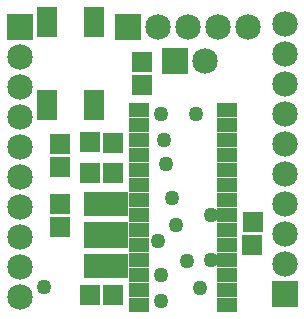
<source format=gbr>
%FSTAX24Y24*%
%MOIN*%
%IN MASK1.GBR *%
%ADD10C,0.0500*%
%ADD11C,0.0850*%
%ADD12R,0.0672X0.0987*%
%ADD13R,0.0700X0.0450*%
%ADD14R,0.0700X0.0700*%
%ADD15R,0.0850X0.0850*%
%ADD16R,0.1460X0.0791*%
%ADD17R,0.1460X0.0869*%
D10*X005157Y002323D03*D14*X008297Y002183D03*X008307Y002953D03*
X003661Y000512D03*X002891Y000522D03*D12*X003025Y0096D03*X00145D03*
Y006844D03*X003025D03*D14*X004606Y00752D03*X004616Y00829D03*
X003661Y005591D03*X002891Y005601D03*X003661Y004567D03*
X002891Y004577D03*X00188Y004781D03*X00189Y005551D03*D11*
X00055Y00046D03*Y00146D03*Y00246D03*Y00346D03*Y00446D03*Y00546D03*
Y00646D03*Y00746D03*Y00846D03*D15*Y00946D03*D13*X007448Y003193D03*
Y003693D03*Y004193D03*Y004693D03*Y005193D03*Y005693D03*Y006193D03*
Y006693D03*X004528D03*Y006193D03*Y005693D03*Y005193D03*Y004693D03*
Y004193D03*Y003693D03*Y003193D03*Y002693D03*X007448D03*
X004528Y002193D03*X007448D03*Y001693D03*X004528D03*X007448Y001193D03*
X004528D03*Y000693D03*X007448D03*X004528Y000193D03*X007448D03*D16*
X003425Y001496D03*Y003543D03*D17*Y00252D03*D10*X005236Y000315D03*
X005748Y002835D03*X005236Y006535D03*X005354Y005669D03*
X005433Y004882D03*X005236Y001181D03*X00563Y00374D03*D11*
X00816Y00944D03*X00716D03*X00616D03*X00516D03*D15*X00416D03*D11*
X006732Y008307D03*D15*X005732D03*D14*X00189Y003543D03*X00188Y002773D03*
D10*X006102Y001654D03*X006417Y006535D03*X001339Y000787D03*
X006535Y000748D03*D11*X00937Y009551D03*Y008551D03*Y007551D03*
Y006551D03*Y005551D03*Y004551D03*Y003551D03*Y002551D03*Y001551D03*D15*
Y000551D03*D10*X006929Y001693D03*Y003189D03*
M02*
</source>
